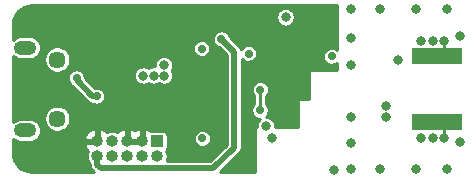
<source format=gbr>
G04 #@! TF.GenerationSoftware,KiCad,Pcbnew,(5.1.5)-3*
G04 #@! TF.CreationDate,2020-05-21T22:39:53+02:00*
G04 #@! TF.ProjectId,STRF,53545246-2e6b-4696-9361-645f70636258,rev?*
G04 #@! TF.SameCoordinates,Original*
G04 #@! TF.FileFunction,Copper,L4,Bot*
G04 #@! TF.FilePolarity,Positive*
%FSLAX46Y46*%
G04 Gerber Fmt 4.6, Leading zero omitted, Abs format (unit mm)*
G04 Created by KiCad (PCBNEW (5.1.5)-3) date 2020-05-21 22:39:53*
%MOMM*%
%LPD*%
G04 APERTURE LIST*
%ADD10R,4.200000X1.350000*%
%ADD11O,1.000000X1.000000*%
%ADD12R,1.000000X1.000000*%
%ADD13C,1.450000*%
%ADD14O,1.900000X1.200000*%
%ADD15C,0.800000*%
%ADD16C,0.700000*%
%ADD17C,0.293370*%
%ADD18C,0.500000*%
%ADD19C,0.250000*%
%ADD20C,0.254000*%
G04 APERTURE END LIST*
D10*
X57600000Y-37325000D03*
X57600000Y-31675000D03*
D11*
X28790000Y-40200000D03*
X28790000Y-38930000D03*
X30060000Y-40200000D03*
X30060000Y-38930000D03*
X31330000Y-40200000D03*
X31330000Y-38930000D03*
X32600000Y-40200000D03*
X32600000Y-38930000D03*
X33870000Y-40200000D03*
D12*
X33870000Y-38930000D03*
D13*
X25412500Y-32000000D03*
X25412500Y-37000000D03*
D14*
X22712500Y-31000000D03*
X22712500Y-38000000D03*
D15*
X54300000Y-32025000D03*
D16*
X36155000Y-37465000D03*
D15*
X48625000Y-29025000D03*
X46300000Y-28425000D03*
X25030000Y-40910000D03*
X43620000Y-29920000D03*
X41415000Y-28905000D03*
X41415000Y-27980000D03*
X34350000Y-31425000D03*
X28000000Y-33350000D03*
X27075000Y-36200000D03*
X28100000Y-37200000D03*
X53250000Y-36900000D03*
X53250000Y-35900000D03*
X58200000Y-30400000D03*
X58200000Y-38600000D03*
X48850000Y-41350000D03*
X43600000Y-38600000D03*
X30600000Y-32975000D03*
X30600000Y-31475000D03*
D16*
X48900000Y-32600000D03*
D15*
X38665000Y-34455000D03*
X38640000Y-33455000D03*
X38640000Y-35455000D03*
X50250000Y-27700000D03*
X50250000Y-30200000D03*
X50250000Y-32500000D03*
X50250000Y-41300000D03*
X50250000Y-39075000D03*
X59500000Y-30000000D03*
X52750000Y-27700000D03*
X55750000Y-27700000D03*
X58400000Y-27700000D03*
X59500000Y-39000000D03*
X50250000Y-36900000D03*
D16*
X30350000Y-35100000D03*
D15*
X27075000Y-37200000D03*
X29100000Y-37200000D03*
D16*
X41940000Y-32355000D03*
D15*
X31900000Y-29600000D03*
X42440000Y-27980000D03*
X42440000Y-28905000D03*
X45550000Y-37450000D03*
X52750000Y-41300000D03*
X55750000Y-41300000D03*
X58400000Y-41300000D03*
X47575000Y-29025000D03*
D16*
X45250000Y-33500000D03*
X46500000Y-33500000D03*
X45250000Y-34750000D03*
X46500000Y-34750000D03*
D15*
X57250000Y-30400000D03*
X56250000Y-30400000D03*
X57250000Y-38600000D03*
X56250000Y-38600000D03*
D16*
X37690000Y-38680000D03*
X37640000Y-31080000D03*
X48650000Y-31725000D03*
D15*
X32700000Y-33350000D03*
X44750000Y-28425000D03*
X43070000Y-37620000D03*
X33575000Y-33350000D03*
X34450000Y-33350000D03*
X34450000Y-32475000D03*
D16*
X41615000Y-31505000D03*
X39306275Y-30262975D03*
X28750000Y-35100000D03*
X27050000Y-33550000D03*
X42580000Y-36290000D03*
X42599910Y-34555019D03*
D17*
X58200000Y-37325000D02*
X58200000Y-38600000D01*
X58200000Y-31675000D02*
X58200000Y-30400000D01*
D18*
X40390000Y-31346700D02*
X39306275Y-30262975D01*
X38645000Y-41200000D02*
X40390000Y-39455000D01*
X40390000Y-39455000D02*
X40390000Y-31346700D01*
X38645000Y-41200000D02*
X29080000Y-41200000D01*
X28790000Y-40910000D02*
X28790000Y-40200000D01*
X29080000Y-41200000D02*
X28790000Y-40910000D01*
X27050000Y-33750000D02*
X27050000Y-33550000D01*
X28400000Y-35100000D02*
X27050000Y-33750000D01*
X28750000Y-35100000D02*
X28400000Y-35100000D01*
D19*
X42599910Y-36270090D02*
X42580000Y-36290000D01*
X42599910Y-34555019D02*
X42599910Y-36270090D01*
D20*
G36*
X49123000Y-31164210D02*
G01*
X49115985Y-31157195D01*
X48996258Y-31077196D01*
X48863225Y-31022092D01*
X48721997Y-30994000D01*
X48578003Y-30994000D01*
X48436775Y-31022092D01*
X48303742Y-31077196D01*
X48184015Y-31157195D01*
X48082195Y-31259015D01*
X48002196Y-31378742D01*
X47947092Y-31511775D01*
X47919000Y-31653003D01*
X47919000Y-31796997D01*
X47947092Y-31938225D01*
X48002196Y-32071258D01*
X48082195Y-32190985D01*
X48184015Y-32292805D01*
X48303742Y-32372804D01*
X48436775Y-32427908D01*
X48578003Y-32456000D01*
X48721997Y-32456000D01*
X48863225Y-32427908D01*
X48996258Y-32372804D01*
X49115985Y-32292805D01*
X49123000Y-32285790D01*
X49123000Y-32848000D01*
X46850000Y-32848000D01*
X46825224Y-32850440D01*
X46801399Y-32857667D01*
X46779443Y-32869403D01*
X46760197Y-32885197D01*
X46744403Y-32904443D01*
X46732667Y-32926399D01*
X46725440Y-32950224D01*
X46723000Y-32975000D01*
X46723000Y-35348000D01*
X45900000Y-35348000D01*
X45875224Y-35350440D01*
X45851399Y-35357667D01*
X45829443Y-35369403D01*
X45810197Y-35385197D01*
X45794403Y-35404443D01*
X45782667Y-35426399D01*
X45775440Y-35450224D01*
X45773000Y-35475000D01*
X45773000Y-37673000D01*
X43851000Y-37673000D01*
X43851000Y-37543078D01*
X43820987Y-37392191D01*
X43762113Y-37250058D01*
X43676642Y-37122141D01*
X43567859Y-37013358D01*
X43439942Y-36927887D01*
X43297809Y-36869013D01*
X43146922Y-36839000D01*
X43064790Y-36839000D01*
X43147805Y-36755985D01*
X43227804Y-36636258D01*
X43282908Y-36503225D01*
X43311000Y-36361997D01*
X43311000Y-36218003D01*
X43282908Y-36076775D01*
X43227804Y-35943742D01*
X43147805Y-35824015D01*
X43105910Y-35782120D01*
X43105910Y-35082809D01*
X43167715Y-35021004D01*
X43247714Y-34901277D01*
X43302818Y-34768244D01*
X43330910Y-34627016D01*
X43330910Y-34483022D01*
X43302818Y-34341794D01*
X43247714Y-34208761D01*
X43167715Y-34089034D01*
X43065895Y-33987214D01*
X42946168Y-33907215D01*
X42813135Y-33852111D01*
X42671907Y-33824019D01*
X42527913Y-33824019D01*
X42386685Y-33852111D01*
X42253652Y-33907215D01*
X42133925Y-33987214D01*
X42032105Y-34089034D01*
X41952106Y-34208761D01*
X41897002Y-34341794D01*
X41868910Y-34483022D01*
X41868910Y-34627016D01*
X41897002Y-34768244D01*
X41952106Y-34901277D01*
X42032105Y-35021004D01*
X42093910Y-35082809D01*
X42093911Y-35742299D01*
X42012195Y-35824015D01*
X41932196Y-35943742D01*
X41877092Y-36076775D01*
X41849000Y-36218003D01*
X41849000Y-36361997D01*
X41877092Y-36503225D01*
X41932196Y-36636258D01*
X42012195Y-36755985D01*
X42114015Y-36857805D01*
X42233742Y-36937804D01*
X42366775Y-36992908D01*
X42508003Y-37021000D01*
X42564499Y-37021000D01*
X42463358Y-37122141D01*
X42377887Y-37250058D01*
X42319013Y-37392191D01*
X42289000Y-37543078D01*
X42289000Y-37678845D01*
X42276399Y-37682667D01*
X42254443Y-37694403D01*
X42235197Y-37710197D01*
X42219403Y-37729443D01*
X42207667Y-37751399D01*
X42200440Y-37775224D01*
X42198000Y-37800000D01*
X42198000Y-41544610D01*
X42021165Y-41544064D01*
X42021126Y-41544060D01*
X41997703Y-41543992D01*
X41981313Y-41543941D01*
X41981285Y-41543944D01*
X39201543Y-41535825D01*
X40814269Y-39923100D01*
X40838343Y-39903343D01*
X40864457Y-39871524D01*
X40917196Y-39807261D01*
X40975789Y-39697642D01*
X41011870Y-39578698D01*
X41013454Y-39562616D01*
X41021000Y-39485998D01*
X41021000Y-39485991D01*
X41024052Y-39455000D01*
X41021000Y-39424010D01*
X41021000Y-31931781D01*
X41047195Y-31970985D01*
X41149015Y-32072805D01*
X41268742Y-32152804D01*
X41401775Y-32207908D01*
X41543003Y-32236000D01*
X41686997Y-32236000D01*
X41828225Y-32207908D01*
X41961258Y-32152804D01*
X42080985Y-32072805D01*
X42182805Y-31970985D01*
X42262804Y-31851258D01*
X42317908Y-31718225D01*
X42346000Y-31576997D01*
X42346000Y-31433003D01*
X42317908Y-31291775D01*
X42262804Y-31158742D01*
X42182805Y-31039015D01*
X42080985Y-30937195D01*
X41961258Y-30857196D01*
X41828225Y-30802092D01*
X41686997Y-30774000D01*
X41543003Y-30774000D01*
X41401775Y-30802092D01*
X41268742Y-30857196D01*
X41149015Y-30937195D01*
X41047195Y-31039015D01*
X40984515Y-31132823D01*
X40975789Y-31104058D01*
X40917196Y-30994439D01*
X40858103Y-30922434D01*
X40858101Y-30922432D01*
X40838343Y-30898357D01*
X40814268Y-30878599D01*
X40015084Y-30079416D01*
X40009183Y-30049750D01*
X39954079Y-29916717D01*
X39874080Y-29796990D01*
X39772260Y-29695170D01*
X39652533Y-29615171D01*
X39519500Y-29560067D01*
X39378272Y-29531975D01*
X39234278Y-29531975D01*
X39093050Y-29560067D01*
X38960017Y-29615171D01*
X38840290Y-29695170D01*
X38738470Y-29796990D01*
X38658471Y-29916717D01*
X38603367Y-30049750D01*
X38575275Y-30190978D01*
X38575275Y-30334972D01*
X38603367Y-30476200D01*
X38658471Y-30609233D01*
X38738470Y-30728960D01*
X38840290Y-30830780D01*
X38960017Y-30910779D01*
X39093050Y-30965883D01*
X39122716Y-30971784D01*
X39759001Y-31608070D01*
X39759000Y-39193631D01*
X38383632Y-40569000D01*
X34670743Y-40569000D01*
X34717144Y-40456978D01*
X34751000Y-40286771D01*
X34751000Y-40113229D01*
X34717144Y-39943022D01*
X34650732Y-39782690D01*
X34611806Y-39724432D01*
X34640711Y-39700711D01*
X34688322Y-39642696D01*
X34723701Y-39576508D01*
X34745487Y-39504689D01*
X34752843Y-39430000D01*
X34752843Y-38608003D01*
X36959000Y-38608003D01*
X36959000Y-38751997D01*
X36987092Y-38893225D01*
X37042196Y-39026258D01*
X37122195Y-39145985D01*
X37224015Y-39247805D01*
X37343742Y-39327804D01*
X37476775Y-39382908D01*
X37618003Y-39411000D01*
X37761997Y-39411000D01*
X37903225Y-39382908D01*
X38036258Y-39327804D01*
X38155985Y-39247805D01*
X38257805Y-39145985D01*
X38337804Y-39026258D01*
X38392908Y-38893225D01*
X38421000Y-38751997D01*
X38421000Y-38608003D01*
X38392908Y-38466775D01*
X38337804Y-38333742D01*
X38257805Y-38214015D01*
X38155985Y-38112195D01*
X38036258Y-38032196D01*
X37903225Y-37977092D01*
X37761997Y-37949000D01*
X37618003Y-37949000D01*
X37476775Y-37977092D01*
X37343742Y-38032196D01*
X37224015Y-38112195D01*
X37122195Y-38214015D01*
X37042196Y-38333742D01*
X36987092Y-38466775D01*
X36959000Y-38608003D01*
X34752843Y-38608003D01*
X34752843Y-38430000D01*
X34745487Y-38355311D01*
X34723701Y-38283492D01*
X34688322Y-38217304D01*
X34640711Y-38159289D01*
X34582696Y-38111678D01*
X34516508Y-38076299D01*
X34444689Y-38054513D01*
X34370000Y-38047157D01*
X33370000Y-38047157D01*
X33315622Y-38052513D01*
X33160206Y-37942877D01*
X32956864Y-37852554D01*
X32901874Y-37835881D01*
X32727000Y-37962046D01*
X32727000Y-38803000D01*
X32747000Y-38803000D01*
X32747000Y-39057000D01*
X32727000Y-39057000D01*
X32727000Y-39077000D01*
X32473000Y-39077000D01*
X32473000Y-39057000D01*
X31457000Y-39057000D01*
X31457000Y-39077000D01*
X31203000Y-39077000D01*
X31203000Y-39057000D01*
X31183000Y-39057000D01*
X31183000Y-38803000D01*
X31203000Y-38803000D01*
X31203000Y-37962046D01*
X31457000Y-37962046D01*
X31457000Y-38803000D01*
X32473000Y-38803000D01*
X32473000Y-37962046D01*
X32298126Y-37835881D01*
X32243136Y-37852554D01*
X32039794Y-37942877D01*
X31965000Y-37995639D01*
X31890206Y-37942877D01*
X31686864Y-37852554D01*
X31631874Y-37835881D01*
X31457000Y-37962046D01*
X31203000Y-37962046D01*
X31028126Y-37835881D01*
X30973136Y-37852554D01*
X30769794Y-37942877D01*
X30587980Y-38071135D01*
X30499569Y-38164141D01*
X30477310Y-38149268D01*
X30316978Y-38082856D01*
X30146771Y-38049000D01*
X29973229Y-38049000D01*
X29803022Y-38082856D01*
X29642690Y-38149268D01*
X29620431Y-38164141D01*
X29532020Y-38071135D01*
X29350206Y-37942877D01*
X29146864Y-37852554D01*
X29091874Y-37835881D01*
X28917000Y-37962046D01*
X28917000Y-38803000D01*
X28937000Y-38803000D01*
X28937000Y-39057000D01*
X28917000Y-39057000D01*
X28917000Y-39077000D01*
X28663000Y-39077000D01*
X28663000Y-39057000D01*
X27820871Y-39057000D01*
X27695874Y-39231876D01*
X27775790Y-39439529D01*
X27894682Y-39627601D01*
X28022824Y-39762402D01*
X28009268Y-39782690D01*
X27942856Y-39943022D01*
X27909000Y-40113229D01*
X27909000Y-40286771D01*
X27942856Y-40456978D01*
X28009268Y-40617310D01*
X28105682Y-40761605D01*
X28159000Y-40814923D01*
X28159000Y-40879010D01*
X28155948Y-40910000D01*
X28159000Y-40940990D01*
X28159000Y-40940997D01*
X28168130Y-41033697D01*
X28204211Y-41152641D01*
X28262804Y-41262260D01*
X28341657Y-41358343D01*
X28365737Y-41378105D01*
X28494826Y-41507194D01*
X23270372Y-41494051D01*
X22940770Y-41461733D01*
X22643316Y-41371926D01*
X22368975Y-41226056D01*
X22128187Y-41029675D01*
X21930129Y-40790265D01*
X21782346Y-40516948D01*
X21690465Y-40220128D01*
X21656000Y-39892218D01*
X21656000Y-38685486D01*
X21665472Y-38697028D01*
X21814849Y-38819618D01*
X21985271Y-38910711D01*
X22170190Y-38966805D01*
X22314313Y-38981000D01*
X23110687Y-38981000D01*
X23254810Y-38966805D01*
X23439729Y-38910711D01*
X23610151Y-38819618D01*
X23759528Y-38697028D01*
X23816075Y-38628124D01*
X27695874Y-38628124D01*
X27820871Y-38803000D01*
X28663000Y-38803000D01*
X28663000Y-37962046D01*
X28488126Y-37835881D01*
X28433136Y-37852554D01*
X28229794Y-37942877D01*
X28047980Y-38071135D01*
X27894682Y-38232399D01*
X27775790Y-38420471D01*
X27695874Y-38628124D01*
X23816075Y-38628124D01*
X23882118Y-38547651D01*
X23973211Y-38377229D01*
X24029305Y-38192310D01*
X24048246Y-38000000D01*
X24029305Y-37807690D01*
X23973211Y-37622771D01*
X23882118Y-37452349D01*
X23759528Y-37302972D01*
X23610151Y-37180382D01*
X23439729Y-37089289D01*
X23254810Y-37033195D01*
X23110687Y-37019000D01*
X22314313Y-37019000D01*
X22170190Y-37033195D01*
X21985271Y-37089289D01*
X21814849Y-37180382D01*
X21665472Y-37302972D01*
X21656000Y-37314514D01*
X21656000Y-36891069D01*
X24306500Y-36891069D01*
X24306500Y-37108931D01*
X24349003Y-37322608D01*
X24432376Y-37523887D01*
X24553414Y-37705034D01*
X24707466Y-37859086D01*
X24888613Y-37980124D01*
X25089892Y-38063497D01*
X25303569Y-38106000D01*
X25521431Y-38106000D01*
X25735108Y-38063497D01*
X25936387Y-37980124D01*
X26117534Y-37859086D01*
X26271586Y-37705034D01*
X26392624Y-37523887D01*
X26475997Y-37322608D01*
X26518500Y-37108931D01*
X26518500Y-36891069D01*
X26475997Y-36677392D01*
X26392624Y-36476113D01*
X26271586Y-36294966D01*
X26117534Y-36140914D01*
X25936387Y-36019876D01*
X25735108Y-35936503D01*
X25521431Y-35894000D01*
X25303569Y-35894000D01*
X25089892Y-35936503D01*
X24888613Y-36019876D01*
X24707466Y-36140914D01*
X24553414Y-36294966D01*
X24432376Y-36476113D01*
X24349003Y-36677392D01*
X24306500Y-36891069D01*
X21656000Y-36891069D01*
X21656000Y-33478003D01*
X26319000Y-33478003D01*
X26319000Y-33621997D01*
X26347092Y-33763225D01*
X26402196Y-33896258D01*
X26462227Y-33986101D01*
X26464211Y-33992641D01*
X26522804Y-34102260D01*
X26601657Y-34198343D01*
X26625737Y-34218105D01*
X27931899Y-35524268D01*
X27951657Y-35548343D01*
X28047739Y-35627196D01*
X28157358Y-35685789D01*
X28276302Y-35721870D01*
X28369002Y-35731000D01*
X28369011Y-35731000D01*
X28380250Y-35732107D01*
X28403742Y-35747804D01*
X28536775Y-35802908D01*
X28678003Y-35831000D01*
X28821997Y-35831000D01*
X28963225Y-35802908D01*
X29096258Y-35747804D01*
X29215985Y-35667805D01*
X29317805Y-35565985D01*
X29397804Y-35446258D01*
X29452908Y-35313225D01*
X29481000Y-35171997D01*
X29481000Y-35028003D01*
X29452908Y-34886775D01*
X29397804Y-34753742D01*
X29317805Y-34634015D01*
X29215985Y-34532195D01*
X29096258Y-34452196D01*
X28963225Y-34397092D01*
X28821997Y-34369000D01*
X28678003Y-34369000D01*
X28580720Y-34388351D01*
X27781000Y-33588632D01*
X27781000Y-33478003D01*
X27752908Y-33336775D01*
X27726524Y-33273078D01*
X31919000Y-33273078D01*
X31919000Y-33426922D01*
X31949013Y-33577809D01*
X32007887Y-33719942D01*
X32093358Y-33847859D01*
X32202141Y-33956642D01*
X32330058Y-34042113D01*
X32472191Y-34100987D01*
X32623078Y-34131000D01*
X32776922Y-34131000D01*
X32927809Y-34100987D01*
X33069942Y-34042113D01*
X33137500Y-33996972D01*
X33205058Y-34042113D01*
X33347191Y-34100987D01*
X33498078Y-34131000D01*
X33651922Y-34131000D01*
X33802809Y-34100987D01*
X33944942Y-34042113D01*
X34012500Y-33996972D01*
X34080058Y-34042113D01*
X34222191Y-34100987D01*
X34373078Y-34131000D01*
X34526922Y-34131000D01*
X34677809Y-34100987D01*
X34819942Y-34042113D01*
X34947859Y-33956642D01*
X35056642Y-33847859D01*
X35142113Y-33719942D01*
X35200987Y-33577809D01*
X35231000Y-33426922D01*
X35231000Y-33273078D01*
X35200987Y-33122191D01*
X35142113Y-32980058D01*
X35096972Y-32912500D01*
X35142113Y-32844942D01*
X35200987Y-32702809D01*
X35231000Y-32551922D01*
X35231000Y-32398078D01*
X35200987Y-32247191D01*
X35142113Y-32105058D01*
X35056642Y-31977141D01*
X34947859Y-31868358D01*
X34819942Y-31782887D01*
X34677809Y-31724013D01*
X34526922Y-31694000D01*
X34373078Y-31694000D01*
X34222191Y-31724013D01*
X34080058Y-31782887D01*
X33952141Y-31868358D01*
X33843358Y-31977141D01*
X33757887Y-32105058D01*
X33699013Y-32247191D01*
X33669000Y-32398078D01*
X33669000Y-32551922D01*
X33673240Y-32573240D01*
X33651922Y-32569000D01*
X33498078Y-32569000D01*
X33347191Y-32599013D01*
X33205058Y-32657887D01*
X33137500Y-32703028D01*
X33069942Y-32657887D01*
X32927809Y-32599013D01*
X32776922Y-32569000D01*
X32623078Y-32569000D01*
X32472191Y-32599013D01*
X32330058Y-32657887D01*
X32202141Y-32743358D01*
X32093358Y-32852141D01*
X32007887Y-32980058D01*
X31949013Y-33122191D01*
X31919000Y-33273078D01*
X27726524Y-33273078D01*
X27697804Y-33203742D01*
X27617805Y-33084015D01*
X27515985Y-32982195D01*
X27396258Y-32902196D01*
X27263225Y-32847092D01*
X27121997Y-32819000D01*
X26978003Y-32819000D01*
X26836775Y-32847092D01*
X26703742Y-32902196D01*
X26584015Y-32982195D01*
X26482195Y-33084015D01*
X26402196Y-33203742D01*
X26347092Y-33336775D01*
X26319000Y-33478003D01*
X21656000Y-33478003D01*
X21656000Y-31685486D01*
X21665472Y-31697028D01*
X21814849Y-31819618D01*
X21985271Y-31910711D01*
X22170190Y-31966805D01*
X22314313Y-31981000D01*
X23110687Y-31981000D01*
X23254810Y-31966805D01*
X23439729Y-31910711D01*
X23476476Y-31891069D01*
X24306500Y-31891069D01*
X24306500Y-32108931D01*
X24349003Y-32322608D01*
X24432376Y-32523887D01*
X24553414Y-32705034D01*
X24707466Y-32859086D01*
X24888613Y-32980124D01*
X25089892Y-33063497D01*
X25303569Y-33106000D01*
X25521431Y-33106000D01*
X25735108Y-33063497D01*
X25936387Y-32980124D01*
X26117534Y-32859086D01*
X26271586Y-32705034D01*
X26392624Y-32523887D01*
X26475997Y-32322608D01*
X26518500Y-32108931D01*
X26518500Y-31891069D01*
X26475997Y-31677392D01*
X26392624Y-31476113D01*
X26271586Y-31294966D01*
X26117534Y-31140914D01*
X25936387Y-31019876D01*
X25907724Y-31008003D01*
X36909000Y-31008003D01*
X36909000Y-31151997D01*
X36937092Y-31293225D01*
X36992196Y-31426258D01*
X37072195Y-31545985D01*
X37174015Y-31647805D01*
X37293742Y-31727804D01*
X37426775Y-31782908D01*
X37568003Y-31811000D01*
X37711997Y-31811000D01*
X37853225Y-31782908D01*
X37986258Y-31727804D01*
X38105985Y-31647805D01*
X38207805Y-31545985D01*
X38287804Y-31426258D01*
X38342908Y-31293225D01*
X38371000Y-31151997D01*
X38371000Y-31008003D01*
X38342908Y-30866775D01*
X38287804Y-30733742D01*
X38207805Y-30614015D01*
X38105985Y-30512195D01*
X37986258Y-30432196D01*
X37853225Y-30377092D01*
X37711997Y-30349000D01*
X37568003Y-30349000D01*
X37426775Y-30377092D01*
X37293742Y-30432196D01*
X37174015Y-30512195D01*
X37072195Y-30614015D01*
X36992196Y-30733742D01*
X36937092Y-30866775D01*
X36909000Y-31008003D01*
X25907724Y-31008003D01*
X25735108Y-30936503D01*
X25521431Y-30894000D01*
X25303569Y-30894000D01*
X25089892Y-30936503D01*
X24888613Y-31019876D01*
X24707466Y-31140914D01*
X24553414Y-31294966D01*
X24432376Y-31476113D01*
X24349003Y-31677392D01*
X24306500Y-31891069D01*
X23476476Y-31891069D01*
X23610151Y-31819618D01*
X23759528Y-31697028D01*
X23882118Y-31547651D01*
X23973211Y-31377229D01*
X24029305Y-31192310D01*
X24048246Y-31000000D01*
X24029305Y-30807690D01*
X23973211Y-30622771D01*
X23882118Y-30452349D01*
X23759528Y-30302972D01*
X23610151Y-30180382D01*
X23439729Y-30089289D01*
X23254810Y-30033195D01*
X23110687Y-30019000D01*
X22314313Y-30019000D01*
X22170190Y-30033195D01*
X21985271Y-30089289D01*
X21814849Y-30180382D01*
X21665472Y-30302972D01*
X21656000Y-30314514D01*
X21656000Y-29019854D01*
X21688267Y-28690771D01*
X21778075Y-28393312D01*
X21802126Y-28348078D01*
X43969000Y-28348078D01*
X43969000Y-28501922D01*
X43999013Y-28652809D01*
X44057887Y-28794942D01*
X44143358Y-28922859D01*
X44252141Y-29031642D01*
X44380058Y-29117113D01*
X44522191Y-29175987D01*
X44673078Y-29206000D01*
X44826922Y-29206000D01*
X44977809Y-29175987D01*
X45119942Y-29117113D01*
X45247859Y-29031642D01*
X45356642Y-28922859D01*
X45442113Y-28794942D01*
X45500987Y-28652809D01*
X45531000Y-28501922D01*
X45531000Y-28348078D01*
X45500987Y-28197191D01*
X45442113Y-28055058D01*
X45356642Y-27927141D01*
X45247859Y-27818358D01*
X45119942Y-27732887D01*
X44977809Y-27674013D01*
X44826922Y-27644000D01*
X44673078Y-27644000D01*
X44522191Y-27674013D01*
X44380058Y-27732887D01*
X44252141Y-27818358D01*
X44143358Y-27927141D01*
X44057887Y-28055058D01*
X43999013Y-28197191D01*
X43969000Y-28348078D01*
X21802126Y-28348078D01*
X21923945Y-28118972D01*
X22120325Y-27878187D01*
X22359736Y-27680127D01*
X22633053Y-27532346D01*
X22929872Y-27440465D01*
X23257782Y-27406000D01*
X49123000Y-27406000D01*
X49123000Y-31164210D01*
G37*
X49123000Y-31164210D02*
X49115985Y-31157195D01*
X48996258Y-31077196D01*
X48863225Y-31022092D01*
X48721997Y-30994000D01*
X48578003Y-30994000D01*
X48436775Y-31022092D01*
X48303742Y-31077196D01*
X48184015Y-31157195D01*
X48082195Y-31259015D01*
X48002196Y-31378742D01*
X47947092Y-31511775D01*
X47919000Y-31653003D01*
X47919000Y-31796997D01*
X47947092Y-31938225D01*
X48002196Y-32071258D01*
X48082195Y-32190985D01*
X48184015Y-32292805D01*
X48303742Y-32372804D01*
X48436775Y-32427908D01*
X48578003Y-32456000D01*
X48721997Y-32456000D01*
X48863225Y-32427908D01*
X48996258Y-32372804D01*
X49115985Y-32292805D01*
X49123000Y-32285790D01*
X49123000Y-32848000D01*
X46850000Y-32848000D01*
X46825224Y-32850440D01*
X46801399Y-32857667D01*
X46779443Y-32869403D01*
X46760197Y-32885197D01*
X46744403Y-32904443D01*
X46732667Y-32926399D01*
X46725440Y-32950224D01*
X46723000Y-32975000D01*
X46723000Y-35348000D01*
X45900000Y-35348000D01*
X45875224Y-35350440D01*
X45851399Y-35357667D01*
X45829443Y-35369403D01*
X45810197Y-35385197D01*
X45794403Y-35404443D01*
X45782667Y-35426399D01*
X45775440Y-35450224D01*
X45773000Y-35475000D01*
X45773000Y-37673000D01*
X43851000Y-37673000D01*
X43851000Y-37543078D01*
X43820987Y-37392191D01*
X43762113Y-37250058D01*
X43676642Y-37122141D01*
X43567859Y-37013358D01*
X43439942Y-36927887D01*
X43297809Y-36869013D01*
X43146922Y-36839000D01*
X43064790Y-36839000D01*
X43147805Y-36755985D01*
X43227804Y-36636258D01*
X43282908Y-36503225D01*
X43311000Y-36361997D01*
X43311000Y-36218003D01*
X43282908Y-36076775D01*
X43227804Y-35943742D01*
X43147805Y-35824015D01*
X43105910Y-35782120D01*
X43105910Y-35082809D01*
X43167715Y-35021004D01*
X43247714Y-34901277D01*
X43302818Y-34768244D01*
X43330910Y-34627016D01*
X43330910Y-34483022D01*
X43302818Y-34341794D01*
X43247714Y-34208761D01*
X43167715Y-34089034D01*
X43065895Y-33987214D01*
X42946168Y-33907215D01*
X42813135Y-33852111D01*
X42671907Y-33824019D01*
X42527913Y-33824019D01*
X42386685Y-33852111D01*
X42253652Y-33907215D01*
X42133925Y-33987214D01*
X42032105Y-34089034D01*
X41952106Y-34208761D01*
X41897002Y-34341794D01*
X41868910Y-34483022D01*
X41868910Y-34627016D01*
X41897002Y-34768244D01*
X41952106Y-34901277D01*
X42032105Y-35021004D01*
X42093910Y-35082809D01*
X42093911Y-35742299D01*
X42012195Y-35824015D01*
X41932196Y-35943742D01*
X41877092Y-36076775D01*
X41849000Y-36218003D01*
X41849000Y-36361997D01*
X41877092Y-36503225D01*
X41932196Y-36636258D01*
X42012195Y-36755985D01*
X42114015Y-36857805D01*
X42233742Y-36937804D01*
X42366775Y-36992908D01*
X42508003Y-37021000D01*
X42564499Y-37021000D01*
X42463358Y-37122141D01*
X42377887Y-37250058D01*
X42319013Y-37392191D01*
X42289000Y-37543078D01*
X42289000Y-37678845D01*
X42276399Y-37682667D01*
X42254443Y-37694403D01*
X42235197Y-37710197D01*
X42219403Y-37729443D01*
X42207667Y-37751399D01*
X42200440Y-37775224D01*
X42198000Y-37800000D01*
X42198000Y-41544610D01*
X42021165Y-41544064D01*
X42021126Y-41544060D01*
X41997703Y-41543992D01*
X41981313Y-41543941D01*
X41981285Y-41543944D01*
X39201543Y-41535825D01*
X40814269Y-39923100D01*
X40838343Y-39903343D01*
X40864457Y-39871524D01*
X40917196Y-39807261D01*
X40975789Y-39697642D01*
X41011870Y-39578698D01*
X41013454Y-39562616D01*
X41021000Y-39485998D01*
X41021000Y-39485991D01*
X41024052Y-39455000D01*
X41021000Y-39424010D01*
X41021000Y-31931781D01*
X41047195Y-31970985D01*
X41149015Y-32072805D01*
X41268742Y-32152804D01*
X41401775Y-32207908D01*
X41543003Y-32236000D01*
X41686997Y-32236000D01*
X41828225Y-32207908D01*
X41961258Y-32152804D01*
X42080985Y-32072805D01*
X42182805Y-31970985D01*
X42262804Y-31851258D01*
X42317908Y-31718225D01*
X42346000Y-31576997D01*
X42346000Y-31433003D01*
X42317908Y-31291775D01*
X42262804Y-31158742D01*
X42182805Y-31039015D01*
X42080985Y-30937195D01*
X41961258Y-30857196D01*
X41828225Y-30802092D01*
X41686997Y-30774000D01*
X41543003Y-30774000D01*
X41401775Y-30802092D01*
X41268742Y-30857196D01*
X41149015Y-30937195D01*
X41047195Y-31039015D01*
X40984515Y-31132823D01*
X40975789Y-31104058D01*
X40917196Y-30994439D01*
X40858103Y-30922434D01*
X40858101Y-30922432D01*
X40838343Y-30898357D01*
X40814268Y-30878599D01*
X40015084Y-30079416D01*
X40009183Y-30049750D01*
X39954079Y-29916717D01*
X39874080Y-29796990D01*
X39772260Y-29695170D01*
X39652533Y-29615171D01*
X39519500Y-29560067D01*
X39378272Y-29531975D01*
X39234278Y-29531975D01*
X39093050Y-29560067D01*
X38960017Y-29615171D01*
X38840290Y-29695170D01*
X38738470Y-29796990D01*
X38658471Y-29916717D01*
X38603367Y-30049750D01*
X38575275Y-30190978D01*
X38575275Y-30334972D01*
X38603367Y-30476200D01*
X38658471Y-30609233D01*
X38738470Y-30728960D01*
X38840290Y-30830780D01*
X38960017Y-30910779D01*
X39093050Y-30965883D01*
X39122716Y-30971784D01*
X39759001Y-31608070D01*
X39759000Y-39193631D01*
X38383632Y-40569000D01*
X34670743Y-40569000D01*
X34717144Y-40456978D01*
X34751000Y-40286771D01*
X34751000Y-40113229D01*
X34717144Y-39943022D01*
X34650732Y-39782690D01*
X34611806Y-39724432D01*
X34640711Y-39700711D01*
X34688322Y-39642696D01*
X34723701Y-39576508D01*
X34745487Y-39504689D01*
X34752843Y-39430000D01*
X34752843Y-38608003D01*
X36959000Y-38608003D01*
X36959000Y-38751997D01*
X36987092Y-38893225D01*
X37042196Y-39026258D01*
X37122195Y-39145985D01*
X37224015Y-39247805D01*
X37343742Y-39327804D01*
X37476775Y-39382908D01*
X37618003Y-39411000D01*
X37761997Y-39411000D01*
X37903225Y-39382908D01*
X38036258Y-39327804D01*
X38155985Y-39247805D01*
X38257805Y-39145985D01*
X38337804Y-39026258D01*
X38392908Y-38893225D01*
X38421000Y-38751997D01*
X38421000Y-38608003D01*
X38392908Y-38466775D01*
X38337804Y-38333742D01*
X38257805Y-38214015D01*
X38155985Y-38112195D01*
X38036258Y-38032196D01*
X37903225Y-37977092D01*
X37761997Y-37949000D01*
X37618003Y-37949000D01*
X37476775Y-37977092D01*
X37343742Y-38032196D01*
X37224015Y-38112195D01*
X37122195Y-38214015D01*
X37042196Y-38333742D01*
X36987092Y-38466775D01*
X36959000Y-38608003D01*
X34752843Y-38608003D01*
X34752843Y-38430000D01*
X34745487Y-38355311D01*
X34723701Y-38283492D01*
X34688322Y-38217304D01*
X34640711Y-38159289D01*
X34582696Y-38111678D01*
X34516508Y-38076299D01*
X34444689Y-38054513D01*
X34370000Y-38047157D01*
X33370000Y-38047157D01*
X33315622Y-38052513D01*
X33160206Y-37942877D01*
X32956864Y-37852554D01*
X32901874Y-37835881D01*
X32727000Y-37962046D01*
X32727000Y-38803000D01*
X32747000Y-38803000D01*
X32747000Y-39057000D01*
X32727000Y-39057000D01*
X32727000Y-39077000D01*
X32473000Y-39077000D01*
X32473000Y-39057000D01*
X31457000Y-39057000D01*
X31457000Y-39077000D01*
X31203000Y-39077000D01*
X31203000Y-39057000D01*
X31183000Y-39057000D01*
X31183000Y-38803000D01*
X31203000Y-38803000D01*
X31203000Y-37962046D01*
X31457000Y-37962046D01*
X31457000Y-38803000D01*
X32473000Y-38803000D01*
X32473000Y-37962046D01*
X32298126Y-37835881D01*
X32243136Y-37852554D01*
X32039794Y-37942877D01*
X31965000Y-37995639D01*
X31890206Y-37942877D01*
X31686864Y-37852554D01*
X31631874Y-37835881D01*
X31457000Y-37962046D01*
X31203000Y-37962046D01*
X31028126Y-37835881D01*
X30973136Y-37852554D01*
X30769794Y-37942877D01*
X30587980Y-38071135D01*
X30499569Y-38164141D01*
X30477310Y-38149268D01*
X30316978Y-38082856D01*
X30146771Y-38049000D01*
X29973229Y-38049000D01*
X29803022Y-38082856D01*
X29642690Y-38149268D01*
X29620431Y-38164141D01*
X29532020Y-38071135D01*
X29350206Y-37942877D01*
X29146864Y-37852554D01*
X29091874Y-37835881D01*
X28917000Y-37962046D01*
X28917000Y-38803000D01*
X28937000Y-38803000D01*
X28937000Y-39057000D01*
X28917000Y-39057000D01*
X28917000Y-39077000D01*
X28663000Y-39077000D01*
X28663000Y-39057000D01*
X27820871Y-39057000D01*
X27695874Y-39231876D01*
X27775790Y-39439529D01*
X27894682Y-39627601D01*
X28022824Y-39762402D01*
X28009268Y-39782690D01*
X27942856Y-39943022D01*
X27909000Y-40113229D01*
X27909000Y-40286771D01*
X27942856Y-40456978D01*
X28009268Y-40617310D01*
X28105682Y-40761605D01*
X28159000Y-40814923D01*
X28159000Y-40879010D01*
X28155948Y-40910000D01*
X28159000Y-40940990D01*
X28159000Y-40940997D01*
X28168130Y-41033697D01*
X28204211Y-41152641D01*
X28262804Y-41262260D01*
X28341657Y-41358343D01*
X28365737Y-41378105D01*
X28494826Y-41507194D01*
X23270372Y-41494051D01*
X22940770Y-41461733D01*
X22643316Y-41371926D01*
X22368975Y-41226056D01*
X22128187Y-41029675D01*
X21930129Y-40790265D01*
X21782346Y-40516948D01*
X21690465Y-40220128D01*
X21656000Y-39892218D01*
X21656000Y-38685486D01*
X21665472Y-38697028D01*
X21814849Y-38819618D01*
X21985271Y-38910711D01*
X22170190Y-38966805D01*
X22314313Y-38981000D01*
X23110687Y-38981000D01*
X23254810Y-38966805D01*
X23439729Y-38910711D01*
X23610151Y-38819618D01*
X23759528Y-38697028D01*
X23816075Y-38628124D01*
X27695874Y-38628124D01*
X27820871Y-38803000D01*
X28663000Y-38803000D01*
X28663000Y-37962046D01*
X28488126Y-37835881D01*
X28433136Y-37852554D01*
X28229794Y-37942877D01*
X28047980Y-38071135D01*
X27894682Y-38232399D01*
X27775790Y-38420471D01*
X27695874Y-38628124D01*
X23816075Y-38628124D01*
X23882118Y-38547651D01*
X23973211Y-38377229D01*
X24029305Y-38192310D01*
X24048246Y-38000000D01*
X24029305Y-37807690D01*
X23973211Y-37622771D01*
X23882118Y-37452349D01*
X23759528Y-37302972D01*
X23610151Y-37180382D01*
X23439729Y-37089289D01*
X23254810Y-37033195D01*
X23110687Y-37019000D01*
X22314313Y-37019000D01*
X22170190Y-37033195D01*
X21985271Y-37089289D01*
X21814849Y-37180382D01*
X21665472Y-37302972D01*
X21656000Y-37314514D01*
X21656000Y-36891069D01*
X24306500Y-36891069D01*
X24306500Y-37108931D01*
X24349003Y-37322608D01*
X24432376Y-37523887D01*
X24553414Y-37705034D01*
X24707466Y-37859086D01*
X24888613Y-37980124D01*
X25089892Y-38063497D01*
X25303569Y-38106000D01*
X25521431Y-38106000D01*
X25735108Y-38063497D01*
X25936387Y-37980124D01*
X26117534Y-37859086D01*
X26271586Y-37705034D01*
X26392624Y-37523887D01*
X26475997Y-37322608D01*
X26518500Y-37108931D01*
X26518500Y-36891069D01*
X26475997Y-36677392D01*
X26392624Y-36476113D01*
X26271586Y-36294966D01*
X26117534Y-36140914D01*
X25936387Y-36019876D01*
X25735108Y-35936503D01*
X25521431Y-35894000D01*
X25303569Y-35894000D01*
X25089892Y-35936503D01*
X24888613Y-36019876D01*
X24707466Y-36140914D01*
X24553414Y-36294966D01*
X24432376Y-36476113D01*
X24349003Y-36677392D01*
X24306500Y-36891069D01*
X21656000Y-36891069D01*
X21656000Y-33478003D01*
X26319000Y-33478003D01*
X26319000Y-33621997D01*
X26347092Y-33763225D01*
X26402196Y-33896258D01*
X26462227Y-33986101D01*
X26464211Y-33992641D01*
X26522804Y-34102260D01*
X26601657Y-34198343D01*
X26625737Y-34218105D01*
X27931899Y-35524268D01*
X27951657Y-35548343D01*
X28047739Y-35627196D01*
X28157358Y-35685789D01*
X28276302Y-35721870D01*
X28369002Y-35731000D01*
X28369011Y-35731000D01*
X28380250Y-35732107D01*
X28403742Y-35747804D01*
X28536775Y-35802908D01*
X28678003Y-35831000D01*
X28821997Y-35831000D01*
X28963225Y-35802908D01*
X29096258Y-35747804D01*
X29215985Y-35667805D01*
X29317805Y-35565985D01*
X29397804Y-35446258D01*
X29452908Y-35313225D01*
X29481000Y-35171997D01*
X29481000Y-35028003D01*
X29452908Y-34886775D01*
X29397804Y-34753742D01*
X29317805Y-34634015D01*
X29215985Y-34532195D01*
X29096258Y-34452196D01*
X28963225Y-34397092D01*
X28821997Y-34369000D01*
X28678003Y-34369000D01*
X28580720Y-34388351D01*
X27781000Y-33588632D01*
X27781000Y-33478003D01*
X27752908Y-33336775D01*
X27726524Y-33273078D01*
X31919000Y-33273078D01*
X31919000Y-33426922D01*
X31949013Y-33577809D01*
X32007887Y-33719942D01*
X32093358Y-33847859D01*
X32202141Y-33956642D01*
X32330058Y-34042113D01*
X32472191Y-34100987D01*
X32623078Y-34131000D01*
X32776922Y-34131000D01*
X32927809Y-34100987D01*
X33069942Y-34042113D01*
X33137500Y-33996972D01*
X33205058Y-34042113D01*
X33347191Y-34100987D01*
X33498078Y-34131000D01*
X33651922Y-34131000D01*
X33802809Y-34100987D01*
X33944942Y-34042113D01*
X34012500Y-33996972D01*
X34080058Y-34042113D01*
X34222191Y-34100987D01*
X34373078Y-34131000D01*
X34526922Y-34131000D01*
X34677809Y-34100987D01*
X34819942Y-34042113D01*
X34947859Y-33956642D01*
X35056642Y-33847859D01*
X35142113Y-33719942D01*
X35200987Y-33577809D01*
X35231000Y-33426922D01*
X35231000Y-33273078D01*
X35200987Y-33122191D01*
X35142113Y-32980058D01*
X35096972Y-32912500D01*
X35142113Y-32844942D01*
X35200987Y-32702809D01*
X35231000Y-32551922D01*
X35231000Y-32398078D01*
X35200987Y-32247191D01*
X35142113Y-32105058D01*
X35056642Y-31977141D01*
X34947859Y-31868358D01*
X34819942Y-31782887D01*
X34677809Y-31724013D01*
X34526922Y-31694000D01*
X34373078Y-31694000D01*
X34222191Y-31724013D01*
X34080058Y-31782887D01*
X33952141Y-31868358D01*
X33843358Y-31977141D01*
X33757887Y-32105058D01*
X33699013Y-32247191D01*
X33669000Y-32398078D01*
X33669000Y-32551922D01*
X33673240Y-32573240D01*
X33651922Y-32569000D01*
X33498078Y-32569000D01*
X33347191Y-32599013D01*
X33205058Y-32657887D01*
X33137500Y-32703028D01*
X33069942Y-32657887D01*
X32927809Y-32599013D01*
X32776922Y-32569000D01*
X32623078Y-32569000D01*
X32472191Y-32599013D01*
X32330058Y-32657887D01*
X32202141Y-32743358D01*
X32093358Y-32852141D01*
X32007887Y-32980058D01*
X31949013Y-33122191D01*
X31919000Y-33273078D01*
X27726524Y-33273078D01*
X27697804Y-33203742D01*
X27617805Y-33084015D01*
X27515985Y-32982195D01*
X27396258Y-32902196D01*
X27263225Y-32847092D01*
X27121997Y-32819000D01*
X26978003Y-32819000D01*
X26836775Y-32847092D01*
X26703742Y-32902196D01*
X26584015Y-32982195D01*
X26482195Y-33084015D01*
X26402196Y-33203742D01*
X26347092Y-33336775D01*
X26319000Y-33478003D01*
X21656000Y-33478003D01*
X21656000Y-31685486D01*
X21665472Y-31697028D01*
X21814849Y-31819618D01*
X21985271Y-31910711D01*
X22170190Y-31966805D01*
X22314313Y-31981000D01*
X23110687Y-31981000D01*
X23254810Y-31966805D01*
X23439729Y-31910711D01*
X23476476Y-31891069D01*
X24306500Y-31891069D01*
X24306500Y-32108931D01*
X24349003Y-32322608D01*
X24432376Y-32523887D01*
X24553414Y-32705034D01*
X24707466Y-32859086D01*
X24888613Y-32980124D01*
X25089892Y-33063497D01*
X25303569Y-33106000D01*
X25521431Y-33106000D01*
X25735108Y-33063497D01*
X25936387Y-32980124D01*
X26117534Y-32859086D01*
X26271586Y-32705034D01*
X26392624Y-32523887D01*
X26475997Y-32322608D01*
X26518500Y-32108931D01*
X26518500Y-31891069D01*
X26475997Y-31677392D01*
X26392624Y-31476113D01*
X26271586Y-31294966D01*
X26117534Y-31140914D01*
X25936387Y-31019876D01*
X25907724Y-31008003D01*
X36909000Y-31008003D01*
X36909000Y-31151997D01*
X36937092Y-31293225D01*
X36992196Y-31426258D01*
X37072195Y-31545985D01*
X37174015Y-31647805D01*
X37293742Y-31727804D01*
X37426775Y-31782908D01*
X37568003Y-31811000D01*
X37711997Y-31811000D01*
X37853225Y-31782908D01*
X37986258Y-31727804D01*
X38105985Y-31647805D01*
X38207805Y-31545985D01*
X38287804Y-31426258D01*
X38342908Y-31293225D01*
X38371000Y-31151997D01*
X38371000Y-31008003D01*
X38342908Y-30866775D01*
X38287804Y-30733742D01*
X38207805Y-30614015D01*
X38105985Y-30512195D01*
X37986258Y-30432196D01*
X37853225Y-30377092D01*
X37711997Y-30349000D01*
X37568003Y-30349000D01*
X37426775Y-30377092D01*
X37293742Y-30432196D01*
X37174015Y-30512195D01*
X37072195Y-30614015D01*
X36992196Y-30733742D01*
X36937092Y-30866775D01*
X36909000Y-31008003D01*
X25907724Y-31008003D01*
X25735108Y-30936503D01*
X25521431Y-30894000D01*
X25303569Y-30894000D01*
X25089892Y-30936503D01*
X24888613Y-31019876D01*
X24707466Y-31140914D01*
X24553414Y-31294966D01*
X24432376Y-31476113D01*
X24349003Y-31677392D01*
X24306500Y-31891069D01*
X23476476Y-31891069D01*
X23610151Y-31819618D01*
X23759528Y-31697028D01*
X23882118Y-31547651D01*
X23973211Y-31377229D01*
X24029305Y-31192310D01*
X24048246Y-31000000D01*
X24029305Y-30807690D01*
X23973211Y-30622771D01*
X23882118Y-30452349D01*
X23759528Y-30302972D01*
X23610151Y-30180382D01*
X23439729Y-30089289D01*
X23254810Y-30033195D01*
X23110687Y-30019000D01*
X22314313Y-30019000D01*
X22170190Y-30033195D01*
X21985271Y-30089289D01*
X21814849Y-30180382D01*
X21665472Y-30302972D01*
X21656000Y-30314514D01*
X21656000Y-29019854D01*
X21688267Y-28690771D01*
X21778075Y-28393312D01*
X21802126Y-28348078D01*
X43969000Y-28348078D01*
X43969000Y-28501922D01*
X43999013Y-28652809D01*
X44057887Y-28794942D01*
X44143358Y-28922859D01*
X44252141Y-29031642D01*
X44380058Y-29117113D01*
X44522191Y-29175987D01*
X44673078Y-29206000D01*
X44826922Y-29206000D01*
X44977809Y-29175987D01*
X45119942Y-29117113D01*
X45247859Y-29031642D01*
X45356642Y-28922859D01*
X45442113Y-28794942D01*
X45500987Y-28652809D01*
X45531000Y-28501922D01*
X45531000Y-28348078D01*
X45500987Y-28197191D01*
X45442113Y-28055058D01*
X45356642Y-27927141D01*
X45247859Y-27818358D01*
X45119942Y-27732887D01*
X44977809Y-27674013D01*
X44826922Y-27644000D01*
X44673078Y-27644000D01*
X44522191Y-27674013D01*
X44380058Y-27732887D01*
X44252141Y-27818358D01*
X44143358Y-27927141D01*
X44057887Y-28055058D01*
X43999013Y-28197191D01*
X43969000Y-28348078D01*
X21802126Y-28348078D01*
X21923945Y-28118972D01*
X22120325Y-27878187D01*
X22359736Y-27680127D01*
X22633053Y-27532346D01*
X22929872Y-27440465D01*
X23257782Y-27406000D01*
X49123000Y-27406000D01*
X49123000Y-31164210D01*
M02*

</source>
